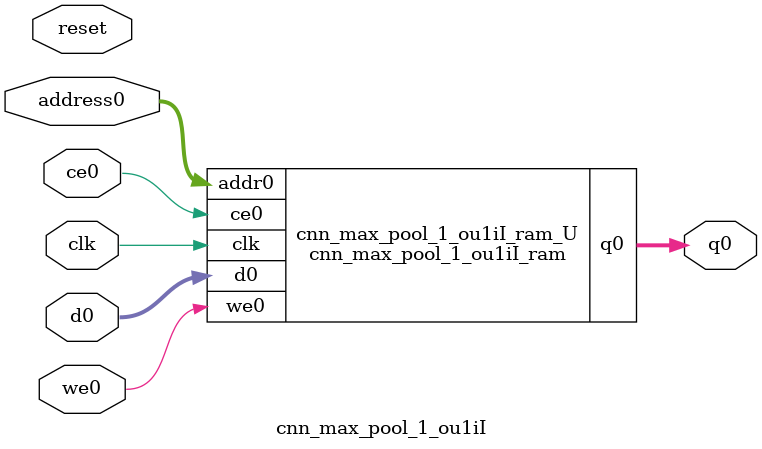
<source format=v>
`timescale 1 ns / 1 ps
module cnn_max_pool_1_ou1iI_ram (addr0, ce0, d0, we0, q0,  clk);

parameter DWIDTH = 14;
parameter AWIDTH = 10;
parameter MEM_SIZE = 1014;

input[AWIDTH-1:0] addr0;
input ce0;
input[DWIDTH-1:0] d0;
input we0;
output reg[DWIDTH-1:0] q0;
input clk;

(* ram_style = "block" *)reg [DWIDTH-1:0] ram[0:MEM_SIZE-1];




always @(posedge clk)  
begin 
    if (ce0) 
    begin
        if (we0) 
        begin 
            ram[addr0] <= d0; 
        end 
        q0 <= ram[addr0];
    end
end


endmodule

`timescale 1 ns / 1 ps
module cnn_max_pool_1_ou1iI(
    reset,
    clk,
    address0,
    ce0,
    we0,
    d0,
    q0);

parameter DataWidth = 32'd14;
parameter AddressRange = 32'd1014;
parameter AddressWidth = 32'd10;
input reset;
input clk;
input[AddressWidth - 1:0] address0;
input ce0;
input we0;
input[DataWidth - 1:0] d0;
output[DataWidth - 1:0] q0;



cnn_max_pool_1_ou1iI_ram cnn_max_pool_1_ou1iI_ram_U(
    .clk( clk ),
    .addr0( address0 ),
    .ce0( ce0 ),
    .we0( we0 ),
    .d0( d0 ),
    .q0( q0 ));

endmodule


</source>
